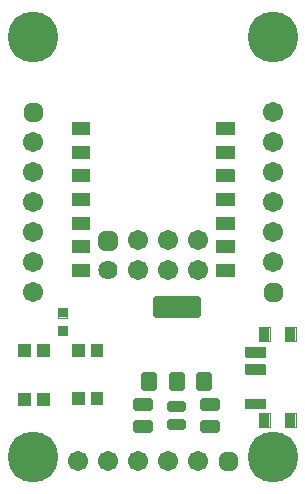
<source format=gbr>
G04 Generated by Ultiboard 13.0 *
%FSLAX25Y25*%
%MOIN*%

%ADD10C,0.00001*%
%ADD11C,0.06734*%
%ADD12R,0.02083X0.02083*%
%ADD13C,0.04317*%
%ADD14C,0.06400*%
%ADD15R,0.02334X0.02334*%
%ADD16C,0.04400*%
%ADD17R,0.05906X0.03937*%
%ADD18C,0.00400*%
%ADD19R,0.02666X0.03666*%
%ADD20C,0.02734*%
%ADD21R,0.13332X0.04749*%
%ADD22R,0.03150X0.03150*%
%ADD23C,0.16900*%
%ADD24R,0.03700X0.04500*%
%ADD25R,0.06500X0.03200*%
%ADD26R,0.03937X0.03937*%
%ADD27R,0.04668X0.02251*%
%ADD28C,0.02066*%
%ADD29R,0.04168X0.01501*%


G04 ColorRGB FF00CC for the following layer *
%LNSolder Mask Top*%
%LPD*%
G54D10*
G54D11*
X90000Y125000D03*
X90000Y95000D03*
X90000Y85000D03*
X90000Y75000D03*
X90000Y115000D03*
X90000Y105000D03*
X55000Y72250D03*
X45000Y72250D03*
X65000Y72250D03*
X65000Y82250D03*
X55000Y82250D03*
X45000Y82250D03*
X10000Y65000D03*
X10000Y95000D03*
X10000Y105000D03*
X10000Y115000D03*
X10000Y75000D03*
X10000Y85000D03*
X65000Y8750D03*
X55000Y8750D03*
X35000Y8750D03*
X45000Y8750D03*
X25000Y8750D03*
G54D12*
X90000Y65000D03*
X10000Y125000D03*
X75000Y8750D03*
G54D13*
X88959Y63959D02*
X91041Y63959D01*
X91041Y66041D01*
X88959Y66041D01*
X88959Y63959D01*D02*
X8959Y123959D02*
X11041Y123959D01*
X11041Y126041D01*
X8959Y126041D01*
X8959Y123959D01*D02*
X73959Y7709D02*
X76041Y7709D01*
X76041Y9791D01*
X73959Y9791D01*
X73959Y7709D01*D02*
G54D14*
X35000Y72250D03*
G54D15*
X35000Y82250D03*
G54D16*
X33833Y81083D02*
X36167Y81083D01*
X36167Y83417D01*
X33833Y83417D01*
X33833Y81083D01*D02*
G54D17*
X26000Y103821D03*
X26000Y111695D03*
X26000Y119569D03*
X26000Y95947D03*
X26000Y88073D03*
X26000Y80199D03*
X26000Y72325D03*
X74031Y119569D03*
X74031Y111695D03*
X74031Y88073D03*
X74031Y95947D03*
X74031Y80199D03*
X74031Y72325D03*
X74031Y103821D03*
G54D18*
X23047Y101853D02*
X28953Y101853D01*
X28953Y105789D01*
X23047Y105789D01*
X23047Y101853D01*D02*
X23047Y109727D02*
X28953Y109727D01*
X28953Y113663D01*
X23047Y113663D01*
X23047Y109727D01*D02*
X23047Y117601D02*
X28953Y117601D01*
X28953Y121537D01*
X23047Y121537D01*
X23047Y117601D01*D02*
X23047Y93979D02*
X28953Y93979D01*
X28953Y97915D01*
X23047Y97915D01*
X23047Y93979D01*D02*
X23047Y86105D02*
X28953Y86105D01*
X28953Y90041D01*
X23047Y90041D01*
X23047Y86105D01*D02*
X23047Y78231D02*
X28953Y78231D01*
X28953Y82167D01*
X23047Y82167D01*
X23047Y78231D01*D02*
X23047Y70357D02*
X28953Y70357D01*
X28953Y74293D01*
X23047Y74293D01*
X23047Y70357D01*D02*
X71078Y117601D02*
X76984Y117601D01*
X76984Y121537D01*
X71078Y121537D01*
X71078Y117601D01*D02*
X71078Y109727D02*
X76984Y109727D01*
X76984Y113663D01*
X71078Y113663D01*
X71078Y109727D01*D02*
X71078Y86105D02*
X76984Y86105D01*
X76984Y90041D01*
X71078Y90041D01*
X71078Y86105D01*D02*
X71078Y93979D02*
X76984Y93979D01*
X76984Y97915D01*
X71078Y97915D01*
X71078Y93979D01*D02*
X71078Y78231D02*
X76984Y78231D01*
X76984Y82167D01*
X71078Y82167D01*
X71078Y78231D01*D02*
X71078Y70357D02*
X76984Y70357D01*
X76984Y74293D01*
X71078Y74293D01*
X71078Y70357D01*D02*
X71078Y101853D02*
X76984Y101853D01*
X76984Y105789D01*
X71078Y105789D01*
X71078Y101853D01*D02*
X18425Y50525D02*
X21575Y50525D01*
X21575Y53675D01*
X18425Y53675D01*
X18425Y50525D01*D02*
X18425Y56425D02*
X21575Y56425D01*
X21575Y59575D01*
X18425Y59575D01*
X18425Y56425D01*D02*
X85400Y48700D02*
X89100Y48700D01*
X89100Y53200D01*
X85400Y53200D01*
X85400Y48700D01*D02*
X94100Y48700D02*
X97800Y48700D01*
X97800Y53200D01*
X94100Y53200D01*
X94100Y48700D01*D02*
X94100Y20000D02*
X97800Y20000D01*
X97800Y24500D01*
X94100Y24500D01*
X94100Y20000D01*D02*
X85400Y20000D02*
X89100Y20000D01*
X89100Y24500D01*
X85400Y24500D01*
X85400Y20000D01*D02*
X81000Y26150D02*
X87500Y26150D01*
X87500Y29350D01*
X81000Y29350D01*
X81000Y26150D01*D02*
X81000Y37550D02*
X87500Y37550D01*
X87500Y40750D01*
X81000Y40750D01*
X81000Y37550D01*D02*
X81000Y43450D02*
X87500Y43450D01*
X87500Y46650D01*
X81000Y46650D01*
X81000Y43450D01*D02*
X5233Y27390D02*
X9169Y27390D01*
X9169Y31326D01*
X5233Y31326D01*
X5233Y27390D01*D02*
X11532Y27390D02*
X15468Y27390D01*
X15468Y31326D01*
X11532Y31326D01*
X11532Y27390D01*D02*
X11532Y43532D02*
X15468Y43532D01*
X15468Y47468D01*
X11532Y47468D01*
X11532Y43532D01*D02*
X5233Y43532D02*
X9169Y43532D01*
X9169Y47468D01*
X5233Y47468D01*
X5233Y43532D01*D02*
X23032Y27532D02*
X26968Y27532D01*
X26968Y31468D01*
X23032Y31468D01*
X23032Y27532D01*D02*
X29331Y27532D02*
X33267Y27532D01*
X33267Y31468D01*
X29331Y31468D01*
X29331Y27532D01*D02*
X29331Y43674D02*
X33267Y43674D01*
X33267Y47610D01*
X29331Y47610D01*
X29331Y43674D01*D02*
X23032Y43674D02*
X26968Y43674D01*
X26968Y47610D01*
X23032Y47610D01*
X23032Y43674D01*D02*
G54D19*
X48833Y35000D03*
X67167Y35000D03*
X58000Y35000D03*
G54D20*
X47500Y33167D02*
X50166Y33167D01*
X50166Y36833D01*
X47500Y36833D01*
X47500Y33167D01*D02*
X51334Y57626D02*
X64666Y57626D01*
X64666Y62374D01*
X51334Y62374D01*
X51334Y57626D01*D02*
X65834Y33167D02*
X68500Y33167D01*
X68500Y36833D01*
X65834Y36833D01*
X65834Y33167D01*D02*
X56667Y33167D02*
X59333Y33167D01*
X59333Y36833D01*
X56667Y36833D01*
X56667Y33167D01*D02*
G54D21*
X58000Y60000D03*
G54D22*
X20000Y52100D03*
X20000Y58000D03*
G54D23*
X10000Y10000D03*
X90000Y10000D03*
X90000Y150000D03*
X10000Y150000D03*
G54D24*
X87250Y50950D03*
X95950Y50950D03*
X95950Y22250D03*
X87250Y22250D03*
G54D25*
X84250Y27750D03*
X84250Y39150D03*
X84250Y45050D03*
G54D26*
X7201Y29358D03*
X13500Y29358D03*
X13500Y45500D03*
X7201Y45500D03*
X25000Y29500D03*
X31299Y29500D03*
X31299Y45642D03*
X25000Y45642D03*
G54D27*
X46750Y27417D03*
X46750Y20083D03*
X69250Y27417D03*
X69250Y20083D03*
G54D28*
X44416Y26292D02*
X49084Y26292D01*
X49084Y28542D01*
X44416Y28542D01*
X44416Y26292D01*D02*
X44416Y18958D02*
X49084Y18958D01*
X49084Y21208D01*
X44416Y21208D01*
X44416Y18958D01*D02*
X55916Y26000D02*
X60084Y26000D01*
X60084Y27500D01*
X55916Y27500D01*
X55916Y26000D01*D02*
X55916Y20000D02*
X60084Y20000D01*
X60084Y21500D01*
X55916Y21500D01*
X55916Y20000D01*D02*
X66916Y26292D02*
X71584Y26292D01*
X71584Y28542D01*
X66916Y28542D01*
X66916Y26292D01*D02*
X66916Y18958D02*
X71584Y18958D01*
X71584Y21208D01*
X66916Y21208D01*
X66916Y18958D01*D02*
G54D29*
X58000Y26750D03*
X58000Y20750D03*

M02*

</source>
